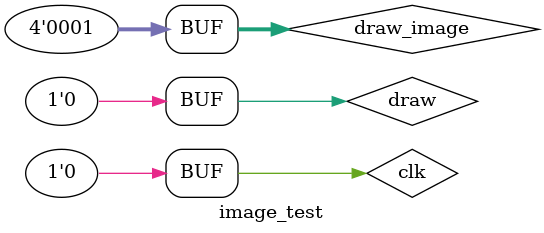
<source format=v>
`timescale 1ns / 1ps


module image_test;

	// Inputs
	reg clk;
	reg draw;
	reg [3:0] draw_image;
	wire [3:0] image;

	// Instantiate the Unit Under Test (UUT)
	image #(4) uut (
		.clk(clk), 
		.draw(draw), 
		.draw_image(draw_image), 
		.image(image)
	);

	initial begin
		// Initialize Inputs
		clk = 0;
		draw = 0;
		draw_image = 0;

		// Wait 100 ns for global reset to finish
		#100;
        
		// Add stimulus here
		// Holding memory
		draw_image = 4'd1;
		repeat(10) begin
			#10 clk = 1;
			#10 clk = 0;
		end
		// Draw
		draw = 1;
		#10 clk = 1;
		#10 clk = 0;
		draw = 0;
		// Hold
		repeat(10) begin
			#10 clk = 1;
			#10 clk = 0;
		end
	end
      
endmodule


</source>
